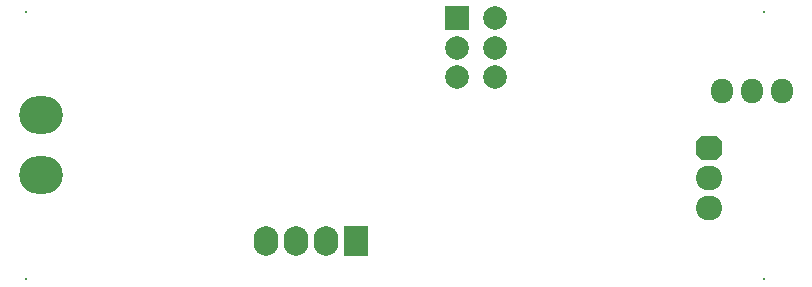
<source format=gbs>
G04*
G04 #@! TF.GenerationSoftware,Altium Limited,Altium Designer,21.6.1 (37)*
G04*
G04 Layer_Color=10192595*
%FSTAX24Y24*%
%MOIN*%
G70*
G04*
G04 #@! TF.SameCoordinates,7AD6CBE7-45AD-4871-8827-9D585CE600FE*
G04*
G04*
G04 #@! TF.FilePolarity,Negative*
G04*
G01*
G75*
%ADD33C,0.0079*%
%ADD34O,0.0828X0.0986*%
%ADD35R,0.0828X0.0986*%
%ADD36O,0.0730X0.0830*%
%ADD37O,0.0867X0.0828*%
G04:AMPARAMS|DCode=38|XSize=86.7mil|YSize=82.8mil|CornerRadius=0mil|HoleSize=0mil|Usage=FLASHONLY|Rotation=0.000|XOffset=0mil|YOffset=0mil|HoleType=Round|Shape=Octagon|*
%AMOCTAGOND38*
4,1,8,0.0434,-0.0207,0.0434,0.0207,0.0227,0.0414,-0.0227,0.0414,-0.0434,0.0207,-0.0434,-0.0207,-0.0227,-0.0414,0.0227,-0.0414,0.0434,-0.0207,0.0*
%
%ADD38OCTAGOND38*%

%ADD39R,0.0789X0.0789*%
%ADD40C,0.0789*%
%ADD41O,0.1458X0.1261*%
D33*
X06785Y030348D02*
D03*
Y021448D02*
D03*
X04325Y030348D02*
D03*
Y021448D02*
D03*
D34*
X05125Y0227D02*
D03*
X05225D02*
D03*
X05325D02*
D03*
D35*
X05425D02*
D03*
D36*
X06644Y0277D02*
D03*
X06745D02*
D03*
X06843D02*
D03*
D37*
X066Y0248D02*
D03*
Y0238D02*
D03*
D38*
Y0258D02*
D03*
D39*
X05762Y030134D02*
D03*
D40*
Y02915D02*
D03*
Y028166D02*
D03*
X05888Y030134D02*
D03*
Y02915D02*
D03*
Y028166D02*
D03*
D41*
X04375Y0249D02*
D03*
Y0269D02*
D03*
M02*

</source>
